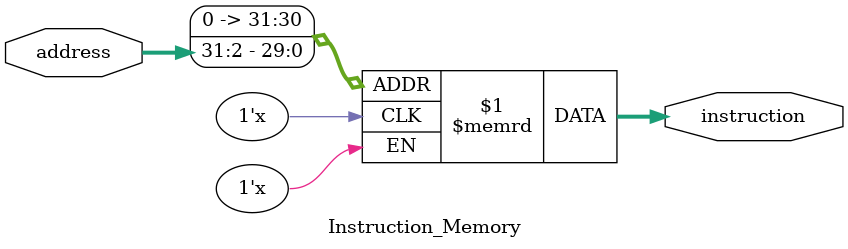
<source format=v>
module Instruction_Memory(address,instruction);
    input [31:0] address;
    output [31:0] instruction;

	reg [31:0] I_mem [99:0];  

	assign instruction = I_mem[address>>2];


endmodule
</source>
